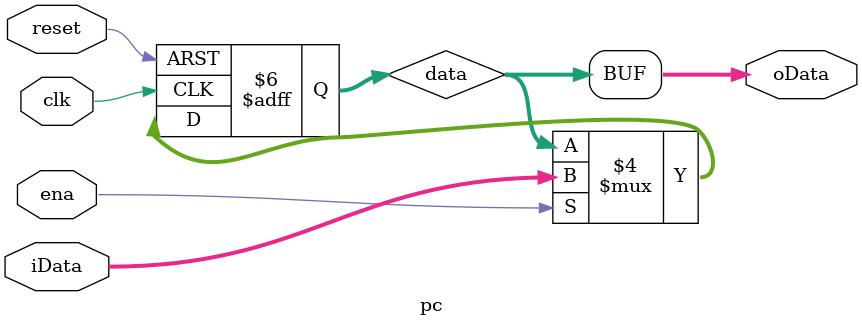
<source format=v>
`timescale 1ns / 1ps

module pc(clk,reset,ena,iData,oData);
    input clk;
    input [31:0]iData;
    input ena;
    input reset;
    output wire [31:0]oData;
    reg [31:0]data=32'b0000_0000_0100_0000_0000_0000_0000_0000;
    always@(negedge clk or posedge reset)
    begin
        if(reset==1)data<=32'b0000_0000_0100_0000_0000_0000_0000_0000;
        else 
            begin
                if(ena)data<=iData;
            end
    end
    assign oData=data;
    
endmodule
</source>
